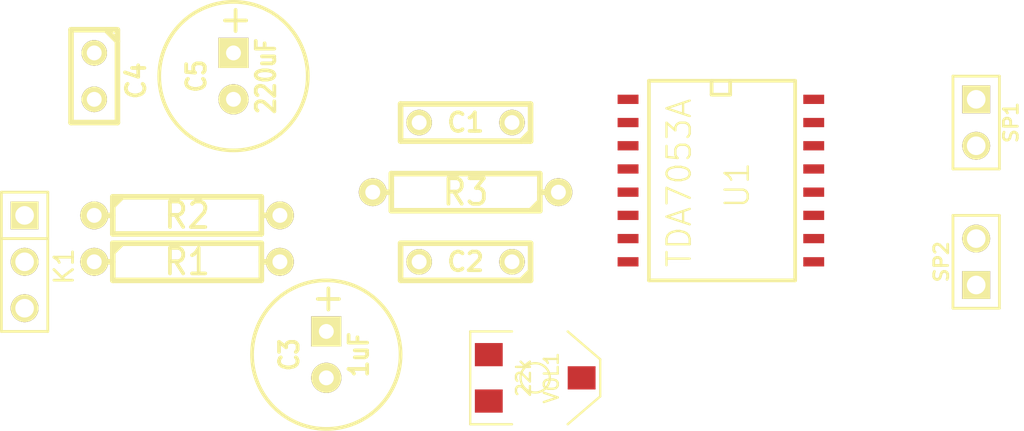
<source format=kicad_pcb>
(kicad_pcb (version 3) (host pcbnew "(2013-07-07 BZR 4022)-stable")

  (general
    (links 26)
    (no_connects 26)
    (area 0 0 0 0)
    (thickness 1.6)
    (drawings 0)
    (tracks 0)
    (zones 0)
    (modules 13)
    (nets 13)
  )

  (page A3)
  (layers
    (15 F.Cu signal)
    (0 B.Cu signal)
    (16 B.Adhes user)
    (17 F.Adhes user)
    (18 B.Paste user)
    (19 F.Paste user)
    (20 B.SilkS user)
    (21 F.SilkS user)
    (22 B.Mask user)
    (23 F.Mask user)
    (24 Dwgs.User user)
    (25 Cmts.User user)
    (26 Eco1.User user)
    (27 Eco2.User user)
    (28 Edge.Cuts user)
  )

  (setup
    (last_trace_width 0.254)
    (trace_clearance 0.254)
    (zone_clearance 0.508)
    (zone_45_only no)
    (trace_min 0.254)
    (segment_width 0.2)
    (edge_width 0.1)
    (via_size 0.889)
    (via_drill 0.635)
    (via_min_size 0.889)
    (via_min_drill 0.508)
    (uvia_size 0.508)
    (uvia_drill 0.127)
    (uvias_allowed no)
    (uvia_min_size 0.508)
    (uvia_min_drill 0.127)
    (pcb_text_width 0.3)
    (pcb_text_size 1.5 1.5)
    (mod_edge_width 0.15)
    (mod_text_size 1 1)
    (mod_text_width 0.15)
    (pad_size 1.5 1.5)
    (pad_drill 0.6)
    (pad_to_mask_clearance 0)
    (aux_axis_origin 0 0)
    (visible_elements 7FFFFFFF)
    (pcbplotparams
      (layerselection 3178497)
      (usegerberextensions true)
      (excludeedgelayer true)
      (linewidth 0.150000)
      (plotframeref false)
      (viasonmask false)
      (mode 1)
      (useauxorigin false)
      (hpglpennumber 1)
      (hpglpenspeed 20)
      (hpglpendiameter 15)
      (hpglpenoverlay 2)
      (psnegative false)
      (psa4output false)
      (plotreference true)
      (plotvalue true)
      (plotothertext true)
      (plotinvisibletext false)
      (padsonsilk false)
      (subtractmaskfromsilk false)
      (outputformat 1)
      (mirror false)
      (drillshape 1)
      (scaleselection 1)
      (outputdirectory ""))
  )

  (net 0 "")
  (net 1 GNDPWR)
  (net 2 N-0000010)
  (net 3 N-0000013)
  (net 4 N-0000014)
  (net 5 N-0000015)
  (net 6 N-0000016)
  (net 7 N-000003)
  (net 8 N-000004)
  (net 9 N-000005)
  (net 10 N-000006)
  (net 11 N-000009)
  (net 12 VCC)

  (net_class Default "This is the default net class."
    (clearance 0.254)
    (trace_width 0.254)
    (via_dia 0.889)
    (via_drill 0.635)
    (uvia_dia 0.508)
    (uvia_drill 0.127)
    (add_net "")
    (add_net GNDPWR)
    (add_net N-0000010)
    (add_net N-0000013)
    (add_net N-0000014)
    (add_net N-0000015)
    (add_net N-0000016)
    (add_net N-000003)
    (add_net N-000004)
    (add_net N-000005)
    (add_net N-000006)
    (add_net N-000009)
    (add_net VCC)
  )

  (module SO16W (layer F.Cu) (tedit 4280704F) (tstamp 54ECDFA2)
    (at 54.61 41.275 270)
    (descr "Module CMS SOJ 16 pins tres large")
    (tags "CMS SOJ")
    (path /54EAF5D7)
    (attr smd)
    (fp_text reference U1 (at 0.254 -0.889 270) (layer F.SilkS)
      (effects (font (size 1.27 1.27) (thickness 0.127)))
    )
    (fp_text value TDA7053A (at 0.127 2.286 270) (layer F.SilkS)
      (effects (font (size 1.27 1.27) (thickness 0.127)))
    )
    (fp_line (start -5.461 3.937) (end -5.461 -4.064) (layer F.SilkS) (width 0.2032))
    (fp_line (start 5.461 -4.064) (end 5.461 3.937) (layer F.SilkS) (width 0.2032))
    (fp_line (start -5.461 -4.064) (end 5.461 -4.064) (layer F.SilkS) (width 0.2032))
    (fp_line (start 5.461 3.937) (end -5.461 3.937) (layer F.SilkS) (width 0.2032))
    (fp_line (start -5.461 -0.508) (end -4.699 -0.508) (layer F.SilkS) (width 0.2032))
    (fp_line (start -4.699 -0.508) (end -4.699 0.508) (layer F.SilkS) (width 0.2032))
    (fp_line (start -4.699 0.508) (end -5.461 0.508) (layer F.SilkS) (width 0.2032))
    (pad 1 smd rect (at -4.445 5.08 270) (size 0.508 1.143)
      (layers F.Cu F.Paste F.Mask)
    )
    (pad 2 smd rect (at -3.175 5.08 270) (size 0.508 1.143)
      (layers F.Cu F.Paste F.Mask)
      (net 11 N-000009)
    )
    (pad 3 smd rect (at -1.905 5.08 270) (size 0.508 1.143)
      (layers F.Cu F.Paste F.Mask)
    )
    (pad 4 smd rect (at -0.635 5.08 270) (size 0.508 1.143)
      (layers F.Cu F.Paste F.Mask)
      (net 4 N-0000014)
    )
    (pad 5 smd rect (at 0.635 5.08 270) (size 0.508 1.143)
      (layers F.Cu F.Paste F.Mask)
      (net 12 VCC)
    )
    (pad 6 smd rect (at 1.905 5.08 270) (size 0.508 1.143)
      (layers F.Cu F.Paste F.Mask)
      (net 3 N-0000013)
    )
    (pad 7 smd rect (at 3.175 5.08 270) (size 0.508 1.143)
      (layers F.Cu F.Paste F.Mask)
      (net 1 GNDPWR)
    )
    (pad 8 smd rect (at 4.445 5.08 270) (size 0.508 1.143)
      (layers F.Cu F.Paste F.Mask)
      (net 11 N-000009)
    )
    (pad 9 smd rect (at 4.445 -5.08 270) (size 0.508 1.143)
      (layers F.Cu F.Paste F.Mask)
      (net 10 N-000006)
    )
    (pad 10 smd rect (at 3.175 -5.08 270) (size 0.508 1.143)
      (layers F.Cu F.Paste F.Mask)
      (net 1 GNDPWR)
    )
    (pad 11 smd rect (at 1.905 -5.08 270) (size 0.508 1.143)
      (layers F.Cu F.Paste F.Mask)
    )
    (pad 12 smd rect (at 0.635 -5.08 270) (size 0.508 1.143)
      (layers F.Cu F.Paste F.Mask)
      (net 8 N-000004)
    )
    (pad 13 smd rect (at -0.635 -5.08 270) (size 0.508 1.143)
      (layers F.Cu F.Paste F.Mask)
      (net 7 N-000003)
    )
    (pad 14 smd rect (at -1.905 -5.08 270) (size 0.508 1.143)
      (layers F.Cu F.Paste F.Mask)
      (net 1 GNDPWR)
    )
    (pad 15 smd rect (at -3.175 -5.08 270) (size 0.508 1.143)
      (layers F.Cu F.Paste F.Mask)
    )
    (pad 16 smd rect (at -4.445 -5.08 270) (size 0.508 1.143)
      (layers F.Cu F.Paste F.Mask)
      (net 9 N-000005)
    )
    (model smd/cms_so16.wrl
      (at (xyz 0 0 0))
      (scale (xyz 0.5 0.6 0.5))
      (rotate (xyz 0 0 0))
    )
  )

  (module R4 (layer F.Cu) (tedit 200000) (tstamp 54ECDFB0)
    (at 25.4 45.72)
    (descr "Resitance 4 pas")
    (tags R)
    (path /54EB373F)
    (autoplace_cost180 10)
    (fp_text reference R1 (at 0 0) (layer F.SilkS)
      (effects (font (size 1.397 1.27) (thickness 0.2032)))
    )
    (fp_text value 5k (at 0 0) (layer F.SilkS) hide
      (effects (font (size 1.397 1.27) (thickness 0.2032)))
    )
    (fp_line (start -5.08 0) (end -4.064 0) (layer F.SilkS) (width 0.3048))
    (fp_line (start -4.064 0) (end -4.064 -1.016) (layer F.SilkS) (width 0.3048))
    (fp_line (start -4.064 -1.016) (end 4.064 -1.016) (layer F.SilkS) (width 0.3048))
    (fp_line (start 4.064 -1.016) (end 4.064 1.016) (layer F.SilkS) (width 0.3048))
    (fp_line (start 4.064 1.016) (end -4.064 1.016) (layer F.SilkS) (width 0.3048))
    (fp_line (start -4.064 1.016) (end -4.064 0) (layer F.SilkS) (width 0.3048))
    (fp_line (start -4.064 -0.508) (end -3.556 -1.016) (layer F.SilkS) (width 0.3048))
    (fp_line (start 5.08 0) (end 4.064 0) (layer F.SilkS) (width 0.3048))
    (pad 1 thru_hole circle (at -5.08 0) (size 1.524 1.524) (drill 0.8128)
      (layers *.Cu *.Mask F.SilkS)
      (net 6 N-0000016)
    )
    (pad 2 thru_hole circle (at 5.08 0) (size 1.524 1.524) (drill 0.8128)
      (layers *.Cu *.Mask F.SilkS)
      (net 1 GNDPWR)
    )
    (model discret/resistor.wrl
      (at (xyz 0 0 0))
      (scale (xyz 0.4 0.4 0.4))
      (rotate (xyz 0 0 0))
    )
  )

  (module R4 (layer F.Cu) (tedit 200000) (tstamp 54ECDFBE)
    (at 25.4 43.18)
    (descr "Resitance 4 pas")
    (tags R)
    (path /54EB379B)
    (autoplace_cost180 10)
    (fp_text reference R2 (at 0 0) (layer F.SilkS)
      (effects (font (size 1.397 1.27) (thickness 0.2032)))
    )
    (fp_text value 5k (at 0 0) (layer F.SilkS) hide
      (effects (font (size 1.397 1.27) (thickness 0.2032)))
    )
    (fp_line (start -5.08 0) (end -4.064 0) (layer F.SilkS) (width 0.3048))
    (fp_line (start -4.064 0) (end -4.064 -1.016) (layer F.SilkS) (width 0.3048))
    (fp_line (start -4.064 -1.016) (end 4.064 -1.016) (layer F.SilkS) (width 0.3048))
    (fp_line (start 4.064 -1.016) (end 4.064 1.016) (layer F.SilkS) (width 0.3048))
    (fp_line (start 4.064 1.016) (end -4.064 1.016) (layer F.SilkS) (width 0.3048))
    (fp_line (start -4.064 1.016) (end -4.064 0) (layer F.SilkS) (width 0.3048))
    (fp_line (start -4.064 -0.508) (end -3.556 -1.016) (layer F.SilkS) (width 0.3048))
    (fp_line (start 5.08 0) (end 4.064 0) (layer F.SilkS) (width 0.3048))
    (pad 1 thru_hole circle (at -5.08 0) (size 1.524 1.524) (drill 0.8128)
      (layers *.Cu *.Mask F.SilkS)
      (net 2 N-0000010)
    )
    (pad 2 thru_hole circle (at 5.08 0) (size 1.524 1.524) (drill 0.8128)
      (layers *.Cu *.Mask F.SilkS)
      (net 1 GNDPWR)
    )
    (model discret/resistor.wrl
      (at (xyz 0 0 0))
      (scale (xyz 0.4 0.4 0.4))
      (rotate (xyz 0 0 0))
    )
  )

  (module R4 (layer F.Cu) (tedit 54EC84EE) (tstamp 54ECDFCC)
    (at 40.64 41.91 180)
    (descr "Resitance 4 pas")
    (tags R)
    (path /54EB3BDD)
    (autoplace_cost180 10)
    (fp_text reference R3 (at 0 0 180) (layer F.SilkS)
      (effects (font (size 1.397 1.27) (thickness 0.2032)))
    )
    (fp_text value 5k6 (at 0 2.54 180) (layer F.SilkS) hide
      (effects (font (size 1.397 1.27) (thickness 0.2032)))
    )
    (fp_line (start -5.08 0) (end -4.064 0) (layer F.SilkS) (width 0.3048))
    (fp_line (start -4.064 0) (end -4.064 -1.016) (layer F.SilkS) (width 0.3048))
    (fp_line (start -4.064 -1.016) (end 4.064 -1.016) (layer F.SilkS) (width 0.3048))
    (fp_line (start 4.064 -1.016) (end 4.064 1.016) (layer F.SilkS) (width 0.3048))
    (fp_line (start 4.064 1.016) (end -4.064 1.016) (layer F.SilkS) (width 0.3048))
    (fp_line (start -4.064 1.016) (end -4.064 0) (layer F.SilkS) (width 0.3048))
    (fp_line (start -4.064 -0.508) (end -3.556 -1.016) (layer F.SilkS) (width 0.3048))
    (fp_line (start 5.08 0) (end 4.064 0) (layer F.SilkS) (width 0.3048))
    (pad 1 thru_hole circle (at -5.08 0 180) (size 1.524 1.524) (drill 0.8128)
      (layers *.Cu *.Mask F.SilkS)
      (net 12 VCC)
    )
    (pad 2 thru_hole circle (at 5.08 0 180) (size 1.524 1.524) (drill 0.8128)
      (layers *.Cu *.Mask F.SilkS)
      (net 5 N-0000015)
    )
    (model discret/resistor.wrl
      (at (xyz 0 0 0))
      (scale (xyz 0.4 0.4 0.4))
      (rotate (xyz 0 0 0))
    )
  )

  (module POT_CMS (layer F.Cu) (tedit 54EC83CD) (tstamp 54ECDFDA)
    (at 44.45 52.07 270)
    (descr "module CMS Potentiometre")
    (tags "CMS POT")
    (path /54EB3F06)
    (attr smd)
    (fp_text reference VOL1 (at 0 -0.88646 270) (layer F.SilkS)
      (effects (font (size 0.762 0.762) (thickness 0.127)))
    )
    (fp_text value 22k (at 0 0.635 270) (layer F.SilkS)
      (effects (font (size 0.762 0.762) (thickness 0.127)))
    )
    (fp_line (start -2.54 1.27) (end -2.54 3.556) (layer F.SilkS) (width 0.127))
    (fp_line (start -2.54 3.556) (end 2.54 3.556) (layer F.SilkS) (width 0.127))
    (fp_line (start 2.54 3.556) (end 2.54 1.27) (layer F.SilkS) (width 0.127))
    (fp_line (start -2.54 -1.778) (end -1.016 -3.556) (layer F.SilkS) (width 0.127))
    (fp_line (start -1.016 -3.556) (end 1.016 -3.556) (layer F.SilkS) (width 0.127))
    (fp_line (start 1.016 -3.556) (end 2.54 -1.778) (layer F.SilkS) (width 0.127))
    (fp_circle (center 0 0) (end 0.254 -0.762) (layer F.SilkS) (width 0.127))
    (pad 1 smd rect (at -1.27 2.54 270) (size 1.27 1.524)
      (layers F.Cu F.Paste F.Mask)
      (net 5 N-0000015)
    )
    (pad 2 smd rect (at 0 -2.54 270) (size 1.27 1.524)
      (layers F.Cu F.Paste F.Mask)
      (net 11 N-000009)
    )
    (pad 3 smd rect (at 1.27 2.54 270) (size 1.27 1.524)
      (layers F.Cu F.Paste F.Mask)
      (net 1 GNDPWR)
    )
  )

  (module PIN_ARRAY_3X1 (layer F.Cu) (tedit 4C1130E0) (tstamp 54ECDFE6)
    (at 16.51 45.72 270)
    (descr "Connecteur 3 pins")
    (tags "CONN DEV")
    (path /54EB3674)
    (fp_text reference K1 (at 0.254 -2.159 270) (layer F.SilkS)
      (effects (font (size 1.016 1.016) (thickness 0.1524)))
    )
    (fp_text value STEREO (at 0 -2.159 270) (layer F.SilkS) hide
      (effects (font (size 1.016 1.016) (thickness 0.1524)))
    )
    (fp_line (start -3.81 1.27) (end -3.81 -1.27) (layer F.SilkS) (width 0.1524))
    (fp_line (start -3.81 -1.27) (end 3.81 -1.27) (layer F.SilkS) (width 0.1524))
    (fp_line (start 3.81 -1.27) (end 3.81 1.27) (layer F.SilkS) (width 0.1524))
    (fp_line (start 3.81 1.27) (end -3.81 1.27) (layer F.SilkS) (width 0.1524))
    (fp_line (start -1.27 -1.27) (end -1.27 1.27) (layer F.SilkS) (width 0.1524))
    (pad 1 thru_hole rect (at -2.54 0 270) (size 1.524 1.524) (drill 1.016)
      (layers *.Cu *.Mask F.SilkS)
      (net 2 N-0000010)
    )
    (pad 2 thru_hole circle (at 0 0 270) (size 1.524 1.524) (drill 1.016)
      (layers *.Cu *.Mask F.SilkS)
      (net 6 N-0000016)
    )
    (pad 3 thru_hole circle (at 2.54 0 270) (size 1.524 1.524) (drill 1.016)
      (layers *.Cu *.Mask F.SilkS)
      (net 1 GNDPWR)
    )
    (model pin_array/pins_array_3x1.wrl
      (at (xyz 0 0 0))
      (scale (xyz 1 1 1))
      (rotate (xyz 0 0 0))
    )
  )

  (module PIN_ARRAY_2X1 (layer F.Cu) (tedit 4565C520) (tstamp 54ECDFF0)
    (at 68.58 38.1 270)
    (descr "Connecteurs 2 pins")
    (tags "CONN DEV")
    (path /54EAFCCA)
    (fp_text reference SP1 (at 0 -1.905 270) (layer F.SilkS)
      (effects (font (size 0.762 0.762) (thickness 0.1524)))
    )
    (fp_text value SPEAKER (at 0 -1.905 270) (layer F.SilkS) hide
      (effects (font (size 0.762 0.762) (thickness 0.1524)))
    )
    (fp_line (start -2.54 1.27) (end -2.54 -1.27) (layer F.SilkS) (width 0.1524))
    (fp_line (start -2.54 -1.27) (end 2.54 -1.27) (layer F.SilkS) (width 0.1524))
    (fp_line (start 2.54 -1.27) (end 2.54 1.27) (layer F.SilkS) (width 0.1524))
    (fp_line (start 2.54 1.27) (end -2.54 1.27) (layer F.SilkS) (width 0.1524))
    (pad 1 thru_hole rect (at -1.27 0 270) (size 1.524 1.524) (drill 1.016)
      (layers *.Cu *.Mask F.SilkS)
      (net 9 N-000005)
    )
    (pad 2 thru_hole circle (at 1.27 0 270) (size 1.524 1.524) (drill 1.016)
      (layers *.Cu *.Mask F.SilkS)
      (net 7 N-000003)
    )
    (model pin_array/pins_array_2x1.wrl
      (at (xyz 0 0 0))
      (scale (xyz 1 1 1))
      (rotate (xyz 0 0 0))
    )
  )

  (module PIN_ARRAY_2X1 (layer F.Cu) (tedit 4565C520) (tstamp 54ECDFFA)
    (at 68.58 45.72 90)
    (descr "Connecteurs 2 pins")
    (tags "CONN DEV")
    (path /54EAFCD7)
    (fp_text reference SP2 (at 0 -1.905 90) (layer F.SilkS)
      (effects (font (size 0.762 0.762) (thickness 0.1524)))
    )
    (fp_text value SPEAKER (at 0 -1.905 90) (layer F.SilkS) hide
      (effects (font (size 0.762 0.762) (thickness 0.1524)))
    )
    (fp_line (start -2.54 1.27) (end -2.54 -1.27) (layer F.SilkS) (width 0.1524))
    (fp_line (start -2.54 -1.27) (end 2.54 -1.27) (layer F.SilkS) (width 0.1524))
    (fp_line (start 2.54 -1.27) (end 2.54 1.27) (layer F.SilkS) (width 0.1524))
    (fp_line (start 2.54 1.27) (end -2.54 1.27) (layer F.SilkS) (width 0.1524))
    (pad 1 thru_hole rect (at -1.27 0 90) (size 1.524 1.524) (drill 1.016)
      (layers *.Cu *.Mask F.SilkS)
      (net 10 N-000006)
    )
    (pad 2 thru_hole circle (at 1.27 0 90) (size 1.524 1.524) (drill 1.016)
      (layers *.Cu *.Mask F.SilkS)
      (net 8 N-000004)
    )
    (model pin_array/pins_array_2x1.wrl
      (at (xyz 0 0 0))
      (scale (xyz 1 1 1))
      (rotate (xyz 0 0 0))
    )
  )

  (module C2 (layer F.Cu) (tedit 54EC8549) (tstamp 54ECE005)
    (at 40.64 38.1 180)
    (descr "Condensateur = 2 pas")
    (tags C)
    (path /54EB3862)
    (fp_text reference C1 (at 0 0 180) (layer F.SilkS)
      (effects (font (size 1.016 1.016) (thickness 0.2032)))
    )
    (fp_text value 470nF (at 0 0 180) (layer F.SilkS) hide
      (effects (font (size 1.016 1.016) (thickness 0.2032)))
    )
    (fp_line (start -3.556 -1.016) (end 3.556 -1.016) (layer F.SilkS) (width 0.3048))
    (fp_line (start 3.556 -1.016) (end 3.556 1.016) (layer F.SilkS) (width 0.3048))
    (fp_line (start 3.556 1.016) (end -3.556 1.016) (layer F.SilkS) (width 0.3048))
    (fp_line (start -3.556 1.016) (end -3.556 -1.016) (layer F.SilkS) (width 0.3048))
    (fp_line (start -3.556 -0.508) (end -3.048 -1.016) (layer F.SilkS) (width 0.3048))
    (pad 1 thru_hole circle (at -2.54 0 180) (size 1.397 1.397) (drill 0.8128)
      (layers *.Cu *.Mask F.SilkS)
      (net 4 N-0000014)
    )
    (pad 2 thru_hole circle (at 2.54 0 180) (size 1.397 1.397) (drill 0.8128)
      (layers *.Cu *.Mask F.SilkS)
      (net 2 N-0000010)
    )
    (model discret/capa_2pas_5x5mm.wrl
      (at (xyz 0 0 0))
      (scale (xyz 1 1 1))
      (rotate (xyz 0 0 0))
    )
  )

  (module C2 (layer F.Cu) (tedit 200000) (tstamp 54ECE010)
    (at 40.64 45.72 180)
    (descr "Condensateur = 2 pas")
    (tags C)
    (path /54EB3891)
    (fp_text reference C2 (at 0 0 180) (layer F.SilkS)
      (effects (font (size 1.016 1.016) (thickness 0.2032)))
    )
    (fp_text value 470nF (at 0 0 180) (layer F.SilkS) hide
      (effects (font (size 1.016 1.016) (thickness 0.2032)))
    )
    (fp_line (start -3.556 -1.016) (end 3.556 -1.016) (layer F.SilkS) (width 0.3048))
    (fp_line (start 3.556 -1.016) (end 3.556 1.016) (layer F.SilkS) (width 0.3048))
    (fp_line (start 3.556 1.016) (end -3.556 1.016) (layer F.SilkS) (width 0.3048))
    (fp_line (start -3.556 1.016) (end -3.556 -1.016) (layer F.SilkS) (width 0.3048))
    (fp_line (start -3.556 -0.508) (end -3.048 -1.016) (layer F.SilkS) (width 0.3048))
    (pad 1 thru_hole circle (at -2.54 0 180) (size 1.397 1.397) (drill 0.8128)
      (layers *.Cu *.Mask F.SilkS)
      (net 3 N-0000013)
    )
    (pad 2 thru_hole circle (at 2.54 0 180) (size 1.397 1.397) (drill 0.8128)
      (layers *.Cu *.Mask F.SilkS)
      (net 6 N-0000016)
    )
    (model discret/capa_2pas_5x5mm.wrl
      (at (xyz 0 0 0))
      (scale (xyz 1 1 1))
      (rotate (xyz 0 0 0))
    )
  )

  (module C1V8 (layer F.Cu) (tedit 3DD3A719) (tstamp 54ECE018)
    (at 27.94 35.56 270)
    (path /54EB3CBE)
    (fp_text reference C5 (at 0 2.032 270) (layer F.SilkS)
      (effects (font (size 1.016 0.889) (thickness 0.2032)))
    )
    (fp_text value 220uF (at 0 -1.77546 270) (layer F.SilkS)
      (effects (font (size 1.016 0.889) (thickness 0.2032)))
    )
    (fp_text user + (at -3.04546 0 270) (layer F.SilkS)
      (effects (font (size 1.524 1.524) (thickness 0.2032)))
    )
    (fp_circle (center 0 0) (end 4.064 0) (layer F.SilkS) (width 0.2032))
    (pad 1 thru_hole rect (at -1.27 0 270) (size 1.651 1.651) (drill 0.8128)
      (layers *.Cu *.Mask F.SilkS)
      (net 12 VCC)
    )
    (pad 2 thru_hole circle (at 1.27 0 270) (size 1.651 1.651) (drill 0.8128)
      (layers *.Cu *.Mask F.SilkS)
      (net 1 GNDPWR)
    )
    (model discret/c_vert_c1v8.wrl
      (at (xyz 0 0 0))
      (scale (xyz 1 1 1))
      (rotate (xyz 0 0 0))
    )
  )

  (module C1V8 (layer F.Cu) (tedit 54EC8460) (tstamp 54ECE020)
    (at 33.02 50.8 270)
    (path /54EB3FB1)
    (fp_text reference C3 (at 0 2.032 270) (layer F.SilkS)
      (effects (font (size 1.016 0.889) (thickness 0.2032)))
    )
    (fp_text value 1uF (at 0 -1.77546 270) (layer F.SilkS)
      (effects (font (size 1.016 0.889) (thickness 0.2032)))
    )
    (fp_text user + (at -3.04546 0 270) (layer F.SilkS)
      (effects (font (size 1.524 1.524) (thickness 0.2032)))
    )
    (fp_circle (center 0 0) (end 4.064 0) (layer F.SilkS) (width 0.2032))
    (pad 1 thru_hole rect (at -1.27 0 270) (size 1.651 1.651) (drill 0.8128)
      (layers *.Cu *.Mask F.SilkS)
      (net 5 N-0000015)
    )
    (pad 2 thru_hole circle (at 1.27 0 270) (size 1.651 1.651) (drill 0.8128)
      (layers *.Cu *.Mask F.SilkS)
      (net 1 GNDPWR)
    )
    (model discret/c_vert_c1v8.wrl
      (at (xyz 0 0 0))
      (scale (xyz 1 1 1))
      (rotate (xyz 0 0 0))
    )
  )

  (module C1 (layer F.Cu) (tedit 3F92C496) (tstamp 54ECE02B)
    (at 20.32 35.56 270)
    (descr "Condensateur e = 1 pas")
    (tags C)
    (path /54EB3C83)
    (fp_text reference C4 (at 0.254 -2.286 270) (layer F.SilkS)
      (effects (font (size 1.016 1.016) (thickness 0.2032)))
    )
    (fp_text value 100nF (at 0 -2.286 270) (layer F.SilkS) hide
      (effects (font (size 1.016 1.016) (thickness 0.2032)))
    )
    (fp_line (start -2.4892 -1.27) (end 2.54 -1.27) (layer F.SilkS) (width 0.3048))
    (fp_line (start 2.54 -1.27) (end 2.54 1.27) (layer F.SilkS) (width 0.3048))
    (fp_line (start 2.54 1.27) (end -2.54 1.27) (layer F.SilkS) (width 0.3048))
    (fp_line (start -2.54 1.27) (end -2.54 -1.27) (layer F.SilkS) (width 0.3048))
    (fp_line (start -2.54 -0.635) (end -1.905 -1.27) (layer F.SilkS) (width 0.3048))
    (pad 1 thru_hole circle (at -1.27 0 270) (size 1.397 1.397) (drill 0.8128)
      (layers *.Cu *.Mask F.SilkS)
      (net 12 VCC)
    )
    (pad 2 thru_hole circle (at 1.27 0 270) (size 1.397 1.397) (drill 0.8128)
      (layers *.Cu *.Mask F.SilkS)
      (net 1 GNDPWR)
    )
    (model discret/capa_1_pas.wrl
      (at (xyz 0 0 0))
      (scale (xyz 1 1 1))
      (rotate (xyz 0 0 0))
    )
  )

)

</source>
